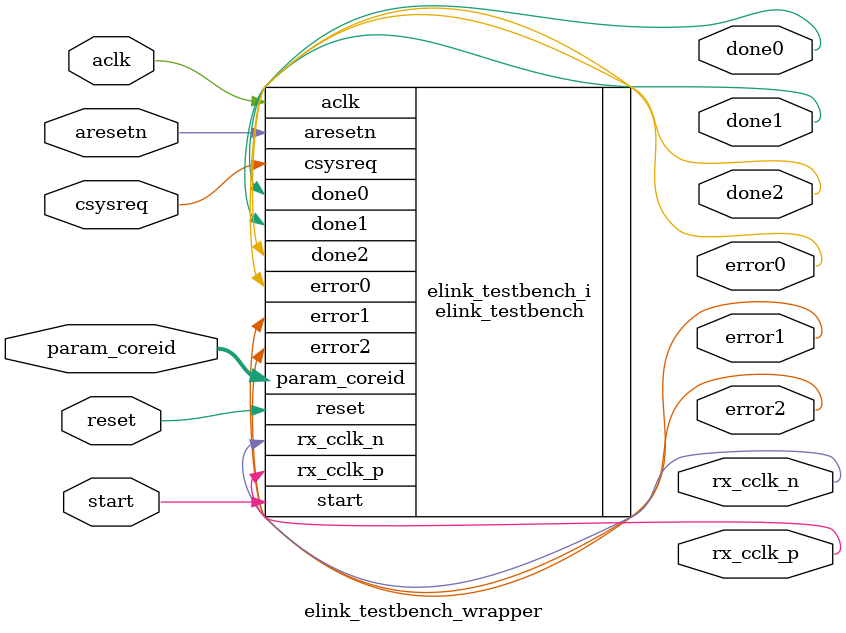
<source format=v>
`timescale 1 ps / 1 ps

module elink_testbench_wrapper
   (aclk,
    aresetn,
    csysreq,
    done0,
    done1,
    done2,
    error0,
    error1,
    error2,
    param_coreid,
    reset,
    rx_cclk_n,
    rx_cclk_p,
    start);
  input aclk;
  input aresetn;
  input csysreq;
  output done0;
  output done1;
  output done2;
  output error0;
  output error1;
  output error2;
  input [11:0]param_coreid;
  input reset;
  output rx_cclk_n;
  output rx_cclk_p;
  input start;

  wire aclk;
  wire aresetn;
  wire csysreq;
  wire done0;
  wire done1;
  wire done2;
  wire error0;
  wire error1;
  wire error2;
  wire [11:0]param_coreid;
  wire reset;
  wire rx_cclk_n;
  wire rx_cclk_p;
  wire start;

elink_testbench elink_testbench_i
       (.aclk(aclk),
        .aresetn(aresetn),
        .csysreq(csysreq),
        .done0(done0),
        .done1(done1),
        .done2(done2),
        .error0(error0),
        .error1(error1),
        .error2(error2),
        .param_coreid(param_coreid),
        .reset(reset),
        .rx_cclk_n(rx_cclk_n),
        .rx_cclk_p(rx_cclk_p),
        .start(start));
endmodule

</source>
